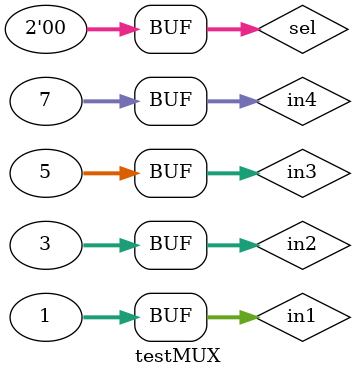
<source format=v>
module testMUX();
  reg [31:0] in1, in2, in3, in4;
  reg [1:0] sel;
  wire [31:0] out;
  MUX #(32) mux(in1, in2, in3, in4, sel, out);
  initial begin 
    #100 
      in1= 32'd1;
      in2= 32'd3; 
      in3 = 32'd5; 
      in4 = 32'd7; 
    #100
      sel = 2'd0; 
    #100
      sel = 2'd3; 
    #100
      sel= 2'd2;
    #100
      sel = 2'd0;
  end
endmodule
</source>
